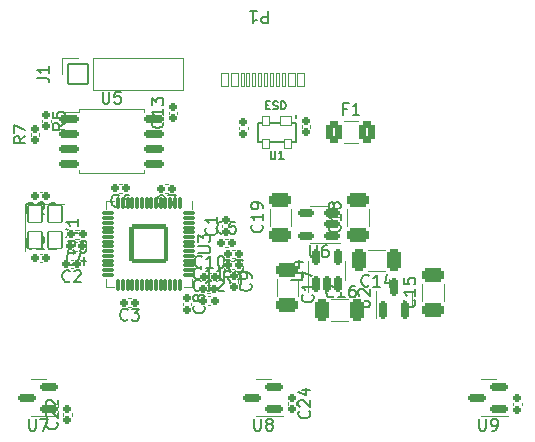
<source format=gbr>
%TF.GenerationSoftware,KiCad,Pcbnew,(7.0.0-0)*%
%TF.CreationDate,2023-04-23T13:29:19-05:00*%
%TF.ProjectId,RP2040,52503230-3430-42e6-9b69-6361645f7063,REV1*%
%TF.SameCoordinates,Original*%
%TF.FileFunction,Legend,Top*%
%TF.FilePolarity,Positive*%
%FSLAX46Y46*%
G04 Gerber Fmt 4.6, Leading zero omitted, Abs format (unit mm)*
G04 Created by KiCad (PCBNEW (7.0.0-0)) date 2023-04-23 13:29:19*
%MOMM*%
%LPD*%
G01*
G04 APERTURE LIST*
G04 Aperture macros list*
%AMRoundRect*
0 Rectangle with rounded corners*
0 $1 Rounding radius*
0 $2 $3 $4 $5 $6 $7 $8 $9 X,Y pos of 4 corners*
0 Add a 4 corners polygon primitive as box body*
4,1,4,$2,$3,$4,$5,$6,$7,$8,$9,$2,$3,0*
0 Add four circle primitives for the rounded corners*
1,1,$1+$1,$2,$3*
1,1,$1+$1,$4,$5*
1,1,$1+$1,$6,$7*
1,1,$1+$1,$8,$9*
0 Add four rect primitives between the rounded corners*
20,1,$1+$1,$2,$3,$4,$5,0*
20,1,$1+$1,$4,$5,$6,$7,0*
20,1,$1+$1,$6,$7,$8,$9,0*
20,1,$1+$1,$8,$9,$2,$3,0*%
G04 Aperture macros list end*
%ADD10C,0.150000*%
%ADD11C,0.120000*%
%ADD12RoundRect,0.191000X-0.170000X0.140000X-0.170000X-0.140000X0.170000X-0.140000X0.170000X0.140000X0*%
%ADD13RoundRect,0.051000X0.300000X0.575000X-0.300000X0.575000X-0.300000X-0.575000X0.300000X-0.575000X0*%
%ADD14RoundRect,0.051000X0.150000X0.575000X-0.150000X0.575000X-0.150000X-0.575000X0.150000X-0.575000X0*%
%ADD15O,1.102000X1.902000*%
%ADD16O,1.102000X2.302000*%
%ADD17RoundRect,0.191000X-0.140000X-0.170000X0.140000X-0.170000X0.140000X0.170000X-0.140000X0.170000X0*%
%ADD18RoundRect,0.201000X0.512500X0.150000X-0.512500X0.150000X-0.512500X-0.150000X0.512500X-0.150000X0*%
%ADD19RoundRect,0.191000X0.140000X0.170000X-0.140000X0.170000X-0.140000X-0.170000X0.140000X-0.170000X0*%
%ADD20RoundRect,0.201000X0.587500X0.150000X-0.587500X0.150000X-0.587500X-0.150000X0.587500X-0.150000X0*%
%ADD21RoundRect,0.301000X0.650000X-0.325000X0.650000X0.325000X-0.650000X0.325000X-0.650000X-0.325000X0*%
%ADD22RoundRect,0.201000X0.150000X-0.587500X0.150000X0.587500X-0.150000X0.587500X-0.150000X-0.587500X0*%
%ADD23RoundRect,0.051000X-0.600000X0.700000X-0.600000X-0.700000X0.600000X-0.700000X0.600000X0.700000X0*%
%ADD24RoundRect,0.050000X0.500000X0.350000X-0.500000X0.350000X-0.500000X-0.350000X0.500000X-0.350000X0*%
%ADD25RoundRect,0.050000X0.300000X0.350000X-0.300000X0.350000X-0.300000X-0.350000X0.300000X-0.350000X0*%
%ADD26RoundRect,0.301000X-0.325000X-0.650000X0.325000X-0.650000X0.325000X0.650000X-0.325000X0.650000X0*%
%ADD27RoundRect,0.191000X0.170000X-0.140000X0.170000X0.140000X-0.170000X0.140000X-0.170000X-0.140000X0*%
%ADD28RoundRect,0.201000X-0.650000X-0.150000X0.650000X-0.150000X0.650000X0.150000X-0.650000X0.150000X0*%
%ADD29RoundRect,0.301000X0.325000X0.650000X-0.325000X0.650000X-0.325000X-0.650000X0.325000X-0.650000X0*%
%ADD30RoundRect,0.301000X-0.650000X0.325000X-0.650000X-0.325000X0.650000X-0.325000X0.650000X0.325000X0*%
%ADD31RoundRect,0.186000X0.135000X0.185000X-0.135000X0.185000X-0.135000X-0.185000X0.135000X-0.185000X0*%
%ADD32RoundRect,0.101000X-0.050000X0.387500X-0.050000X-0.387500X0.050000X-0.387500X0.050000X0.387500X0*%
%ADD33RoundRect,0.101000X-0.387500X0.050000X-0.387500X-0.050000X0.387500X-0.050000X0.387500X0.050000X0*%
%ADD34RoundRect,0.195000X-1.456000X1.456000X-1.456000X-1.456000X1.456000X-1.456000X1.456000X1.456000X0*%
%ADD35RoundRect,0.051000X0.850000X-0.850000X0.850000X0.850000X-0.850000X0.850000X-0.850000X-0.850000X0*%
%ADD36O,1.802000X1.802000*%
%ADD37RoundRect,0.301000X-0.375000X-0.625000X0.375000X-0.625000X0.375000X0.625000X-0.375000X0.625000X0*%
%ADD38RoundRect,0.201000X0.150000X-0.512500X0.150000X0.512500X-0.150000X0.512500X-0.150000X-0.512500X0*%
%ADD39C,4.402000*%
%ADD40C,1.802000*%
%ADD41C,6.502000*%
G04 APERTURE END LIST*
D10*
%TO.C,C9*%
X-1082858Y9683334D02*
X-1035239Y9635715D01*
X-1035239Y9635715D02*
X-987620Y9492858D01*
X-987620Y9492858D02*
X-987620Y9397620D01*
X-987620Y9397620D02*
X-1035239Y9254763D01*
X-1035239Y9254763D02*
X-1130477Y9159525D01*
X-1130477Y9159525D02*
X-1225715Y9111906D01*
X-1225715Y9111906D02*
X-1416191Y9064287D01*
X-1416191Y9064287D02*
X-1559048Y9064287D01*
X-1559048Y9064287D02*
X-1749524Y9111906D01*
X-1749524Y9111906D02*
X-1844762Y9159525D01*
X-1844762Y9159525D02*
X-1940000Y9254763D01*
X-1940000Y9254763D02*
X-1987620Y9397620D01*
X-1987620Y9397620D02*
X-1987620Y9492858D01*
X-1987620Y9492858D02*
X-1940000Y9635715D01*
X-1940000Y9635715D02*
X-1892381Y9683334D01*
X-987620Y10159525D02*
X-987620Y10350001D01*
X-987620Y10350001D02*
X-1035239Y10445239D01*
X-1035239Y10445239D02*
X-1082858Y10492858D01*
X-1082858Y10492858D02*
X-1225715Y10588096D01*
X-1225715Y10588096D02*
X-1416191Y10635715D01*
X-1416191Y10635715D02*
X-1797143Y10635715D01*
X-1797143Y10635715D02*
X-1892381Y10588096D01*
X-1892381Y10588096D02*
X-1940000Y10540477D01*
X-1940000Y10540477D02*
X-1987620Y10445239D01*
X-1987620Y10445239D02*
X-1987620Y10254763D01*
X-1987620Y10254763D02*
X-1940000Y10159525D01*
X-1940000Y10159525D02*
X-1892381Y10111906D01*
X-1892381Y10111906D02*
X-1797143Y10064287D01*
X-1797143Y10064287D02*
X-1559048Y10064287D01*
X-1559048Y10064287D02*
X-1463810Y10111906D01*
X-1463810Y10111906D02*
X-1416191Y10159525D01*
X-1416191Y10159525D02*
X-1368572Y10254763D01*
X-1368572Y10254763D02*
X-1368572Y10445239D01*
X-1368572Y10445239D02*
X-1416191Y10540477D01*
X-1416191Y10540477D02*
X-1463810Y10588096D01*
X-1463810Y10588096D02*
X-1559048Y10635715D01*
%TO.C,P1*%
X388094Y32737381D02*
X388094Y31737381D01*
X388094Y31737381D02*
X7142Y31737381D01*
X7142Y31737381D02*
X-88096Y31785000D01*
X-88096Y31785000D02*
X-135715Y31832620D01*
X-135715Y31832620D02*
X-183334Y31927858D01*
X-183334Y31927858D02*
X-183334Y32070715D01*
X-183334Y32070715D02*
X-135715Y32165953D01*
X-135715Y32165953D02*
X-88096Y32213572D01*
X-88096Y32213572D02*
X7142Y32261191D01*
X7142Y32261191D02*
X388094Y32261191D01*
X-1135715Y32737381D02*
X-564287Y32737381D01*
X-850001Y32737381D02*
X-850001Y31737381D01*
X-850001Y31737381D02*
X-754763Y31880239D01*
X-754763Y31880239D02*
X-659525Y31975477D01*
X-659525Y31975477D02*
X-564287Y32023096D01*
%TO.C,C12*%
X-5247858Y9127858D02*
X-5295477Y9080239D01*
X-5295477Y9080239D02*
X-5438334Y9032620D01*
X-5438334Y9032620D02*
X-5533572Y9032620D01*
X-5533572Y9032620D02*
X-5676429Y9080239D01*
X-5676429Y9080239D02*
X-5771667Y9175477D01*
X-5771667Y9175477D02*
X-5819286Y9270715D01*
X-5819286Y9270715D02*
X-5866905Y9461191D01*
X-5866905Y9461191D02*
X-5866905Y9604048D01*
X-5866905Y9604048D02*
X-5819286Y9794524D01*
X-5819286Y9794524D02*
X-5771667Y9889762D01*
X-5771667Y9889762D02*
X-5676429Y9985000D01*
X-5676429Y9985000D02*
X-5533572Y10032620D01*
X-5533572Y10032620D02*
X-5438334Y10032620D01*
X-5438334Y10032620D02*
X-5295477Y9985000D01*
X-5295477Y9985000D02*
X-5247858Y9937381D01*
X-4295477Y9032620D02*
X-4866905Y9032620D01*
X-4581191Y9032620D02*
X-4581191Y10032620D01*
X-4581191Y10032620D02*
X-4676429Y9889762D01*
X-4676429Y9889762D02*
X-4771667Y9794524D01*
X-4771667Y9794524D02*
X-4866905Y9746905D01*
X-3914524Y9937381D02*
X-3866905Y9985000D01*
X-3866905Y9985000D02*
X-3771667Y10032620D01*
X-3771667Y10032620D02*
X-3533572Y10032620D01*
X-3533572Y10032620D02*
X-3438334Y9985000D01*
X-3438334Y9985000D02*
X-3390715Y9937381D01*
X-3390715Y9937381D02*
X-3343096Y9842143D01*
X-3343096Y9842143D02*
X-3343096Y9746905D01*
X-3343096Y9746905D02*
X-3390715Y9604048D01*
X-3390715Y9604048D02*
X-3962143Y9032620D01*
X-3962143Y9032620D02*
X-3343096Y9032620D01*
%TO.C,C8*%
X-5022858Y7793334D02*
X-4975239Y7745715D01*
X-4975239Y7745715D02*
X-4927620Y7602858D01*
X-4927620Y7602858D02*
X-4927620Y7507620D01*
X-4927620Y7507620D02*
X-4975239Y7364763D01*
X-4975239Y7364763D02*
X-5070477Y7269525D01*
X-5070477Y7269525D02*
X-5165715Y7221906D01*
X-5165715Y7221906D02*
X-5356191Y7174287D01*
X-5356191Y7174287D02*
X-5499048Y7174287D01*
X-5499048Y7174287D02*
X-5689524Y7221906D01*
X-5689524Y7221906D02*
X-5784762Y7269525D01*
X-5784762Y7269525D02*
X-5880000Y7364763D01*
X-5880000Y7364763D02*
X-5927620Y7507620D01*
X-5927620Y7507620D02*
X-5927620Y7602858D01*
X-5927620Y7602858D02*
X-5880000Y7745715D01*
X-5880000Y7745715D02*
X-5832381Y7793334D01*
X-5499048Y8364763D02*
X-5546667Y8269525D01*
X-5546667Y8269525D02*
X-5594286Y8221906D01*
X-5594286Y8221906D02*
X-5689524Y8174287D01*
X-5689524Y8174287D02*
X-5737143Y8174287D01*
X-5737143Y8174287D02*
X-5832381Y8221906D01*
X-5832381Y8221906D02*
X-5880000Y8269525D01*
X-5880000Y8269525D02*
X-5927620Y8364763D01*
X-5927620Y8364763D02*
X-5927620Y8555239D01*
X-5927620Y8555239D02*
X-5880000Y8650477D01*
X-5880000Y8650477D02*
X-5832381Y8698096D01*
X-5832381Y8698096D02*
X-5737143Y8745715D01*
X-5737143Y8745715D02*
X-5689524Y8745715D01*
X-5689524Y8745715D02*
X-5594286Y8698096D01*
X-5594286Y8698096D02*
X-5546667Y8650477D01*
X-5546667Y8650477D02*
X-5499048Y8555239D01*
X-5499048Y8555239D02*
X-5499048Y8364763D01*
X-5499048Y8364763D02*
X-5451429Y8269525D01*
X-5451429Y8269525D02*
X-5403810Y8221906D01*
X-5403810Y8221906D02*
X-5308572Y8174287D01*
X-5308572Y8174287D02*
X-5118096Y8174287D01*
X-5118096Y8174287D02*
X-5022858Y8221906D01*
X-5022858Y8221906D02*
X-4975239Y8269525D01*
X-4975239Y8269525D02*
X-4927620Y8364763D01*
X-4927620Y8364763D02*
X-4927620Y8555239D01*
X-4927620Y8555239D02*
X-4975239Y8650477D01*
X-4975239Y8650477D02*
X-5022858Y8698096D01*
X-5022858Y8698096D02*
X-5118096Y8745715D01*
X-5118096Y8745715D02*
X-5308572Y8745715D01*
X-5308572Y8745715D02*
X-5403810Y8698096D01*
X-5403810Y8698096D02*
X-5451429Y8650477D01*
X-5451429Y8650477D02*
X-5499048Y8555239D01*
%TO.C,C21*%
X-19472858Y12727858D02*
X-19520477Y12680239D01*
X-19520477Y12680239D02*
X-19663334Y12632620D01*
X-19663334Y12632620D02*
X-19758572Y12632620D01*
X-19758572Y12632620D02*
X-19901429Y12680239D01*
X-19901429Y12680239D02*
X-19996667Y12775477D01*
X-19996667Y12775477D02*
X-20044286Y12870715D01*
X-20044286Y12870715D02*
X-20091905Y13061191D01*
X-20091905Y13061191D02*
X-20091905Y13204048D01*
X-20091905Y13204048D02*
X-20044286Y13394524D01*
X-20044286Y13394524D02*
X-19996667Y13489762D01*
X-19996667Y13489762D02*
X-19901429Y13585000D01*
X-19901429Y13585000D02*
X-19758572Y13632620D01*
X-19758572Y13632620D02*
X-19663334Y13632620D01*
X-19663334Y13632620D02*
X-19520477Y13585000D01*
X-19520477Y13585000D02*
X-19472858Y13537381D01*
X-19091905Y13537381D02*
X-19044286Y13585000D01*
X-19044286Y13585000D02*
X-18949048Y13632620D01*
X-18949048Y13632620D02*
X-18710953Y13632620D01*
X-18710953Y13632620D02*
X-18615715Y13585000D01*
X-18615715Y13585000D02*
X-18568096Y13537381D01*
X-18568096Y13537381D02*
X-18520477Y13442143D01*
X-18520477Y13442143D02*
X-18520477Y13346905D01*
X-18520477Y13346905D02*
X-18568096Y13204048D01*
X-18568096Y13204048D02*
X-19139524Y12632620D01*
X-19139524Y12632620D02*
X-18520477Y12632620D01*
X-17568096Y12632620D02*
X-18139524Y12632620D01*
X-17853810Y12632620D02*
X-17853810Y13632620D01*
X-17853810Y13632620D02*
X-17949048Y13489762D01*
X-17949048Y13489762D02*
X-18044286Y13394524D01*
X-18044286Y13394524D02*
X-18139524Y13346905D01*
%TO.C,U6*%
X3963095Y12922620D02*
X3963095Y12113096D01*
X3963095Y12113096D02*
X4010714Y12017858D01*
X4010714Y12017858D02*
X4058333Y11970239D01*
X4058333Y11970239D02*
X4153571Y11922620D01*
X4153571Y11922620D02*
X4344047Y11922620D01*
X4344047Y11922620D02*
X4439285Y11970239D01*
X4439285Y11970239D02*
X4486904Y12017858D01*
X4486904Y12017858D02*
X4534523Y12113096D01*
X4534523Y12113096D02*
X4534523Y12922620D01*
X5439285Y12922620D02*
X5248809Y12922620D01*
X5248809Y12922620D02*
X5153571Y12875000D01*
X5153571Y12875000D02*
X5105952Y12827381D01*
X5105952Y12827381D02*
X5010714Y12684524D01*
X5010714Y12684524D02*
X4963095Y12494048D01*
X4963095Y12494048D02*
X4963095Y12113096D01*
X4963095Y12113096D02*
X5010714Y12017858D01*
X5010714Y12017858D02*
X5058333Y11970239D01*
X5058333Y11970239D02*
X5153571Y11922620D01*
X5153571Y11922620D02*
X5344047Y11922620D01*
X5344047Y11922620D02*
X5439285Y11970239D01*
X5439285Y11970239D02*
X5486904Y12017858D01*
X5486904Y12017858D02*
X5534523Y12113096D01*
X5534523Y12113096D02*
X5534523Y12351191D01*
X5534523Y12351191D02*
X5486904Y12446429D01*
X5486904Y12446429D02*
X5439285Y12494048D01*
X5439285Y12494048D02*
X5344047Y12541667D01*
X5344047Y12541667D02*
X5153571Y12541667D01*
X5153571Y12541667D02*
X5058333Y12494048D01*
X5058333Y12494048D02*
X5010714Y12446429D01*
X5010714Y12446429D02*
X4963095Y12351191D01*
%TO.C,C2*%
X-16376667Y9897858D02*
X-16424286Y9850239D01*
X-16424286Y9850239D02*
X-16567143Y9802620D01*
X-16567143Y9802620D02*
X-16662381Y9802620D01*
X-16662381Y9802620D02*
X-16805238Y9850239D01*
X-16805238Y9850239D02*
X-16900476Y9945477D01*
X-16900476Y9945477D02*
X-16948095Y10040715D01*
X-16948095Y10040715D02*
X-16995714Y10231191D01*
X-16995714Y10231191D02*
X-16995714Y10374048D01*
X-16995714Y10374048D02*
X-16948095Y10564524D01*
X-16948095Y10564524D02*
X-16900476Y10659762D01*
X-16900476Y10659762D02*
X-16805238Y10755000D01*
X-16805238Y10755000D02*
X-16662381Y10802620D01*
X-16662381Y10802620D02*
X-16567143Y10802620D01*
X-16567143Y10802620D02*
X-16424286Y10755000D01*
X-16424286Y10755000D02*
X-16376667Y10707381D01*
X-15995714Y10707381D02*
X-15948095Y10755000D01*
X-15948095Y10755000D02*
X-15852857Y10802620D01*
X-15852857Y10802620D02*
X-15614762Y10802620D01*
X-15614762Y10802620D02*
X-15519524Y10755000D01*
X-15519524Y10755000D02*
X-15471905Y10707381D01*
X-15471905Y10707381D02*
X-15424286Y10612143D01*
X-15424286Y10612143D02*
X-15424286Y10516905D01*
X-15424286Y10516905D02*
X-15471905Y10374048D01*
X-15471905Y10374048D02*
X-16043333Y9802620D01*
X-16043333Y9802620D02*
X-15424286Y9802620D01*
%TO.C,U9*%
X18288095Y-1767380D02*
X18288095Y-2576904D01*
X18288095Y-2576904D02*
X18335714Y-2672142D01*
X18335714Y-2672142D02*
X18383333Y-2719761D01*
X18383333Y-2719761D02*
X18478571Y-2767380D01*
X18478571Y-2767380D02*
X18669047Y-2767380D01*
X18669047Y-2767380D02*
X18764285Y-2719761D01*
X18764285Y-2719761D02*
X18811904Y-2672142D01*
X18811904Y-2672142D02*
X18859523Y-2576904D01*
X18859523Y-2576904D02*
X18859523Y-1767380D01*
X19383333Y-2767380D02*
X19573809Y-2767380D01*
X19573809Y-2767380D02*
X19669047Y-2719761D01*
X19669047Y-2719761D02*
X19716666Y-2672142D01*
X19716666Y-2672142D02*
X19811904Y-2529285D01*
X19811904Y-2529285D02*
X19859523Y-2338809D01*
X19859523Y-2338809D02*
X19859523Y-1957857D01*
X19859523Y-1957857D02*
X19811904Y-1862619D01*
X19811904Y-1862619D02*
X19764285Y-1815000D01*
X19764285Y-1815000D02*
X19669047Y-1767380D01*
X19669047Y-1767380D02*
X19478571Y-1767380D01*
X19478571Y-1767380D02*
X19383333Y-1815000D01*
X19383333Y-1815000D02*
X19335714Y-1862619D01*
X19335714Y-1862619D02*
X19288095Y-1957857D01*
X19288095Y-1957857D02*
X19288095Y-2195952D01*
X19288095Y-2195952D02*
X19335714Y-2291190D01*
X19335714Y-2291190D02*
X19383333Y-2338809D01*
X19383333Y-2338809D02*
X19478571Y-2386428D01*
X19478571Y-2386428D02*
X19669047Y-2386428D01*
X19669047Y-2386428D02*
X19764285Y-2338809D01*
X19764285Y-2338809D02*
X19811904Y-2291190D01*
X19811904Y-2291190D02*
X19859523Y-2195952D01*
%TO.C,R3*%
X-2701667Y10652620D02*
X-3035000Y11128810D01*
X-3273095Y10652620D02*
X-3273095Y11652620D01*
X-3273095Y11652620D02*
X-2892143Y11652620D01*
X-2892143Y11652620D02*
X-2796905Y11605000D01*
X-2796905Y11605000D02*
X-2749286Y11557381D01*
X-2749286Y11557381D02*
X-2701667Y11462143D01*
X-2701667Y11462143D02*
X-2701667Y11319286D01*
X-2701667Y11319286D02*
X-2749286Y11224048D01*
X-2749286Y11224048D02*
X-2796905Y11176429D01*
X-2796905Y11176429D02*
X-2892143Y11128810D01*
X-2892143Y11128810D02*
X-3273095Y11128810D01*
X-2368333Y11652620D02*
X-1749286Y11652620D01*
X-1749286Y11652620D02*
X-2082619Y11271667D01*
X-2082619Y11271667D02*
X-1939762Y11271667D01*
X-1939762Y11271667D02*
X-1844524Y11224048D01*
X-1844524Y11224048D02*
X-1796905Y11176429D01*
X-1796905Y11176429D02*
X-1749286Y11081191D01*
X-1749286Y11081191D02*
X-1749286Y10843096D01*
X-1749286Y10843096D02*
X-1796905Y10747858D01*
X-1796905Y10747858D02*
X-1844524Y10700239D01*
X-1844524Y10700239D02*
X-1939762Y10652620D01*
X-1939762Y10652620D02*
X-2225476Y10652620D01*
X-2225476Y10652620D02*
X-2320714Y10700239D01*
X-2320714Y10700239D02*
X-2368333Y10747858D01*
%TO.C,C18*%
X6452142Y14647143D02*
X6499761Y14599524D01*
X6499761Y14599524D02*
X6547380Y14456667D01*
X6547380Y14456667D02*
X6547380Y14361429D01*
X6547380Y14361429D02*
X6499761Y14218572D01*
X6499761Y14218572D02*
X6404523Y14123334D01*
X6404523Y14123334D02*
X6309285Y14075715D01*
X6309285Y14075715D02*
X6118809Y14028096D01*
X6118809Y14028096D02*
X5975952Y14028096D01*
X5975952Y14028096D02*
X5785476Y14075715D01*
X5785476Y14075715D02*
X5690238Y14123334D01*
X5690238Y14123334D02*
X5595000Y14218572D01*
X5595000Y14218572D02*
X5547380Y14361429D01*
X5547380Y14361429D02*
X5547380Y14456667D01*
X5547380Y14456667D02*
X5595000Y14599524D01*
X5595000Y14599524D02*
X5642619Y14647143D01*
X6547380Y15599524D02*
X6547380Y15028096D01*
X6547380Y15313810D02*
X5547380Y15313810D01*
X5547380Y15313810D02*
X5690238Y15218572D01*
X5690238Y15218572D02*
X5785476Y15123334D01*
X5785476Y15123334D02*
X5833095Y15028096D01*
X5975952Y16170953D02*
X5928333Y16075715D01*
X5928333Y16075715D02*
X5880714Y16028096D01*
X5880714Y16028096D02*
X5785476Y15980477D01*
X5785476Y15980477D02*
X5737857Y15980477D01*
X5737857Y15980477D02*
X5642619Y16028096D01*
X5642619Y16028096D02*
X5595000Y16075715D01*
X5595000Y16075715D02*
X5547380Y16170953D01*
X5547380Y16170953D02*
X5547380Y16361429D01*
X5547380Y16361429D02*
X5595000Y16456667D01*
X5595000Y16456667D02*
X5642619Y16504286D01*
X5642619Y16504286D02*
X5737857Y16551905D01*
X5737857Y16551905D02*
X5785476Y16551905D01*
X5785476Y16551905D02*
X5880714Y16504286D01*
X5880714Y16504286D02*
X5928333Y16456667D01*
X5928333Y16456667D02*
X5975952Y16361429D01*
X5975952Y16361429D02*
X5975952Y16170953D01*
X5975952Y16170953D02*
X6023571Y16075715D01*
X6023571Y16075715D02*
X6071190Y16028096D01*
X6071190Y16028096D02*
X6166428Y15980477D01*
X6166428Y15980477D02*
X6356904Y15980477D01*
X6356904Y15980477D02*
X6452142Y16028096D01*
X6452142Y16028096D02*
X6499761Y16075715D01*
X6499761Y16075715D02*
X6547380Y16170953D01*
X6547380Y16170953D02*
X6547380Y16361429D01*
X6547380Y16361429D02*
X6499761Y16456667D01*
X6499761Y16456667D02*
X6452142Y16504286D01*
X6452142Y16504286D02*
X6356904Y16551905D01*
X6356904Y16551905D02*
X6166428Y16551905D01*
X6166428Y16551905D02*
X6071190Y16504286D01*
X6071190Y16504286D02*
X6023571Y16456667D01*
X6023571Y16456667D02*
X5975952Y16361429D01*
%TO.C,U2*%
X8037380Y7655596D02*
X8846904Y7655596D01*
X8846904Y7655596D02*
X8942142Y7703215D01*
X8942142Y7703215D02*
X8989761Y7750834D01*
X8989761Y7750834D02*
X9037380Y7846072D01*
X9037380Y7846072D02*
X9037380Y8036548D01*
X9037380Y8036548D02*
X8989761Y8131786D01*
X8989761Y8131786D02*
X8942142Y8179405D01*
X8942142Y8179405D02*
X8846904Y8227024D01*
X8846904Y8227024D02*
X8037380Y8227024D01*
X8132619Y8655596D02*
X8085000Y8703215D01*
X8085000Y8703215D02*
X8037380Y8798453D01*
X8037380Y8798453D02*
X8037380Y9036548D01*
X8037380Y9036548D02*
X8085000Y9131786D01*
X8085000Y9131786D02*
X8132619Y9179405D01*
X8132619Y9179405D02*
X8227857Y9227024D01*
X8227857Y9227024D02*
X8323095Y9227024D01*
X8323095Y9227024D02*
X8465952Y9179405D01*
X8465952Y9179405D02*
X9037380Y8607977D01*
X9037380Y8607977D02*
X9037380Y9227024D01*
%TO.C,C11*%
X-5257858Y10117858D02*
X-5305477Y10070239D01*
X-5305477Y10070239D02*
X-5448334Y10022620D01*
X-5448334Y10022620D02*
X-5543572Y10022620D01*
X-5543572Y10022620D02*
X-5686429Y10070239D01*
X-5686429Y10070239D02*
X-5781667Y10165477D01*
X-5781667Y10165477D02*
X-5829286Y10260715D01*
X-5829286Y10260715D02*
X-5876905Y10451191D01*
X-5876905Y10451191D02*
X-5876905Y10594048D01*
X-5876905Y10594048D02*
X-5829286Y10784524D01*
X-5829286Y10784524D02*
X-5781667Y10879762D01*
X-5781667Y10879762D02*
X-5686429Y10975000D01*
X-5686429Y10975000D02*
X-5543572Y11022620D01*
X-5543572Y11022620D02*
X-5448334Y11022620D01*
X-5448334Y11022620D02*
X-5305477Y10975000D01*
X-5305477Y10975000D02*
X-5257858Y10927381D01*
X-4305477Y10022620D02*
X-4876905Y10022620D01*
X-4591191Y10022620D02*
X-4591191Y11022620D01*
X-4591191Y11022620D02*
X-4686429Y10879762D01*
X-4686429Y10879762D02*
X-4781667Y10784524D01*
X-4781667Y10784524D02*
X-4876905Y10736905D01*
X-3353096Y10022620D02*
X-3924524Y10022620D01*
X-3638810Y10022620D02*
X-3638810Y11022620D01*
X-3638810Y11022620D02*
X-3734048Y10879762D01*
X-3734048Y10879762D02*
X-3829286Y10784524D01*
X-3829286Y10784524D02*
X-3924524Y10736905D01*
%TO.C,Y1*%
X-16146903Y13973810D02*
X-15670713Y13973810D01*
X-16670713Y13640477D02*
X-16146903Y13973810D01*
X-16146903Y13973810D02*
X-16670713Y14307143D01*
X-15670713Y15164286D02*
X-15670713Y14592858D01*
X-15670713Y14878572D02*
X-16670713Y14878572D01*
X-16670713Y14878572D02*
X-16527855Y14783334D01*
X-16527855Y14783334D02*
X-16432617Y14688096D01*
X-16432617Y14688096D02*
X-16384998Y14592858D01*
%TO.C,C4*%
X-16026667Y11387858D02*
X-16074286Y11340239D01*
X-16074286Y11340239D02*
X-16217143Y11292620D01*
X-16217143Y11292620D02*
X-16312381Y11292620D01*
X-16312381Y11292620D02*
X-16455238Y11340239D01*
X-16455238Y11340239D02*
X-16550476Y11435477D01*
X-16550476Y11435477D02*
X-16598095Y11530715D01*
X-16598095Y11530715D02*
X-16645714Y11721191D01*
X-16645714Y11721191D02*
X-16645714Y11864048D01*
X-16645714Y11864048D02*
X-16598095Y12054524D01*
X-16598095Y12054524D02*
X-16550476Y12149762D01*
X-16550476Y12149762D02*
X-16455238Y12245000D01*
X-16455238Y12245000D02*
X-16312381Y12292620D01*
X-16312381Y12292620D02*
X-16217143Y12292620D01*
X-16217143Y12292620D02*
X-16074286Y12245000D01*
X-16074286Y12245000D02*
X-16026667Y12197381D01*
X-15169524Y11959286D02*
X-15169524Y11292620D01*
X-15407619Y12340239D02*
X-15645714Y11625953D01*
X-15645714Y11625953D02*
X-15026667Y11625953D01*
%TO.C,U1*%
X626666Y20922834D02*
X626666Y20356167D01*
X626666Y20356167D02*
X660000Y20289500D01*
X660000Y20289500D02*
X693333Y20256167D01*
X693333Y20256167D02*
X760000Y20222834D01*
X760000Y20222834D02*
X893333Y20222834D01*
X893333Y20222834D02*
X960000Y20256167D01*
X960000Y20256167D02*
X993333Y20289500D01*
X993333Y20289500D02*
X1026666Y20356167D01*
X1026666Y20356167D02*
X1026666Y20922834D01*
X1726666Y20222834D02*
X1326666Y20222834D01*
X1526666Y20222834D02*
X1526666Y20922834D01*
X1526666Y20922834D02*
X1459999Y20822834D01*
X1459999Y20822834D02*
X1393333Y20756167D01*
X1393333Y20756167D02*
X1326666Y20722834D01*
X211666Y24784500D02*
X445000Y24784500D01*
X545000Y24417834D02*
X211666Y24417834D01*
X211666Y24417834D02*
X211666Y25117834D01*
X211666Y25117834D02*
X545000Y25117834D01*
X811666Y24451167D02*
X911666Y24417834D01*
X911666Y24417834D02*
X1078333Y24417834D01*
X1078333Y24417834D02*
X1144999Y24451167D01*
X1144999Y24451167D02*
X1178333Y24484500D01*
X1178333Y24484500D02*
X1211666Y24551167D01*
X1211666Y24551167D02*
X1211666Y24617834D01*
X1211666Y24617834D02*
X1178333Y24684500D01*
X1178333Y24684500D02*
X1144999Y24717834D01*
X1144999Y24717834D02*
X1078333Y24751167D01*
X1078333Y24751167D02*
X944999Y24784500D01*
X944999Y24784500D02*
X878333Y24817834D01*
X878333Y24817834D02*
X844999Y24851167D01*
X844999Y24851167D02*
X811666Y24917834D01*
X811666Y24917834D02*
X811666Y24984500D01*
X811666Y24984500D02*
X844999Y25051167D01*
X844999Y25051167D02*
X878333Y25084500D01*
X878333Y25084500D02*
X944999Y25117834D01*
X944999Y25117834D02*
X1111666Y25117834D01*
X1111666Y25117834D02*
X1211666Y25084500D01*
X1511666Y24417834D02*
X1511666Y25117834D01*
X1511666Y25117834D02*
X1678333Y25117834D01*
X1678333Y25117834D02*
X1778333Y25084500D01*
X1778333Y25084500D02*
X1845000Y25017834D01*
X1845000Y25017834D02*
X1878333Y24951167D01*
X1878333Y24951167D02*
X1911666Y24817834D01*
X1911666Y24817834D02*
X1911666Y24717834D01*
X1911666Y24717834D02*
X1878333Y24584500D01*
X1878333Y24584500D02*
X1845000Y24517834D01*
X1845000Y24517834D02*
X1778333Y24451167D01*
X1778333Y24451167D02*
X1678333Y24417834D01*
X1678333Y24417834D02*
X1511666Y24417834D01*
%TO.C,C16*%
X5932142Y8602858D02*
X5884523Y8555239D01*
X5884523Y8555239D02*
X5741666Y8507620D01*
X5741666Y8507620D02*
X5646428Y8507620D01*
X5646428Y8507620D02*
X5503571Y8555239D01*
X5503571Y8555239D02*
X5408333Y8650477D01*
X5408333Y8650477D02*
X5360714Y8745715D01*
X5360714Y8745715D02*
X5313095Y8936191D01*
X5313095Y8936191D02*
X5313095Y9079048D01*
X5313095Y9079048D02*
X5360714Y9269524D01*
X5360714Y9269524D02*
X5408333Y9364762D01*
X5408333Y9364762D02*
X5503571Y9460000D01*
X5503571Y9460000D02*
X5646428Y9507620D01*
X5646428Y9507620D02*
X5741666Y9507620D01*
X5741666Y9507620D02*
X5884523Y9460000D01*
X5884523Y9460000D02*
X5932142Y9412381D01*
X6884523Y8507620D02*
X6313095Y8507620D01*
X6598809Y8507620D02*
X6598809Y9507620D01*
X6598809Y9507620D02*
X6503571Y9364762D01*
X6503571Y9364762D02*
X6408333Y9269524D01*
X6408333Y9269524D02*
X6313095Y9221905D01*
X7741666Y9507620D02*
X7551190Y9507620D01*
X7551190Y9507620D02*
X7455952Y9460000D01*
X7455952Y9460000D02*
X7408333Y9412381D01*
X7408333Y9412381D02*
X7313095Y9269524D01*
X7313095Y9269524D02*
X7265476Y9079048D01*
X7265476Y9079048D02*
X7265476Y8698096D01*
X7265476Y8698096D02*
X7313095Y8602858D01*
X7313095Y8602858D02*
X7360714Y8555239D01*
X7360714Y8555239D02*
X7455952Y8507620D01*
X7455952Y8507620D02*
X7646428Y8507620D01*
X7646428Y8507620D02*
X7741666Y8555239D01*
X7741666Y8555239D02*
X7789285Y8602858D01*
X7789285Y8602858D02*
X7836904Y8698096D01*
X7836904Y8698096D02*
X7836904Y8936191D01*
X7836904Y8936191D02*
X7789285Y9031429D01*
X7789285Y9031429D02*
X7741666Y9079048D01*
X7741666Y9079048D02*
X7646428Y9126667D01*
X7646428Y9126667D02*
X7455952Y9126667D01*
X7455952Y9126667D02*
X7360714Y9079048D01*
X7360714Y9079048D02*
X7313095Y9031429D01*
X7313095Y9031429D02*
X7265476Y8936191D01*
%TO.C,R4*%
X-2711667Y9722620D02*
X-3045000Y10198810D01*
X-3283095Y9722620D02*
X-3283095Y10722620D01*
X-3283095Y10722620D02*
X-2902143Y10722620D01*
X-2902143Y10722620D02*
X-2806905Y10675000D01*
X-2806905Y10675000D02*
X-2759286Y10627381D01*
X-2759286Y10627381D02*
X-2711667Y10532143D01*
X-2711667Y10532143D02*
X-2711667Y10389286D01*
X-2711667Y10389286D02*
X-2759286Y10294048D01*
X-2759286Y10294048D02*
X-2806905Y10246429D01*
X-2806905Y10246429D02*
X-2902143Y10198810D01*
X-2902143Y10198810D02*
X-3283095Y10198810D01*
X-1854524Y10389286D02*
X-1854524Y9722620D01*
X-2092619Y10770239D02*
X-2330714Y10055953D01*
X-2330714Y10055953D02*
X-1711667Y10055953D01*
%TO.C,R7*%
X-20132620Y22133334D02*
X-20608810Y21800001D01*
X-20132620Y21561906D02*
X-21132620Y21561906D01*
X-21132620Y21561906D02*
X-21132620Y21942858D01*
X-21132620Y21942858D02*
X-21085000Y22038096D01*
X-21085000Y22038096D02*
X-21037381Y22085715D01*
X-21037381Y22085715D02*
X-20942143Y22133334D01*
X-20942143Y22133334D02*
X-20799286Y22133334D01*
X-20799286Y22133334D02*
X-20704048Y22085715D01*
X-20704048Y22085715D02*
X-20656429Y22038096D01*
X-20656429Y22038096D02*
X-20608810Y21942858D01*
X-20608810Y21942858D02*
X-20608810Y21561906D01*
X-21132620Y22466668D02*
X-21132620Y23133334D01*
X-21132620Y23133334D02*
X-20132620Y22704763D01*
%TO.C,C13*%
X-8542858Y23497143D02*
X-8495239Y23449524D01*
X-8495239Y23449524D02*
X-8447620Y23306667D01*
X-8447620Y23306667D02*
X-8447620Y23211429D01*
X-8447620Y23211429D02*
X-8495239Y23068572D01*
X-8495239Y23068572D02*
X-8590477Y22973334D01*
X-8590477Y22973334D02*
X-8685715Y22925715D01*
X-8685715Y22925715D02*
X-8876191Y22878096D01*
X-8876191Y22878096D02*
X-9019048Y22878096D01*
X-9019048Y22878096D02*
X-9209524Y22925715D01*
X-9209524Y22925715D02*
X-9304762Y22973334D01*
X-9304762Y22973334D02*
X-9400000Y23068572D01*
X-9400000Y23068572D02*
X-9447620Y23211429D01*
X-9447620Y23211429D02*
X-9447620Y23306667D01*
X-9447620Y23306667D02*
X-9400000Y23449524D01*
X-9400000Y23449524D02*
X-9352381Y23497143D01*
X-8447620Y24449524D02*
X-8447620Y23878096D01*
X-8447620Y24163810D02*
X-9447620Y24163810D01*
X-9447620Y24163810D02*
X-9304762Y24068572D01*
X-9304762Y24068572D02*
X-9209524Y23973334D01*
X-9209524Y23973334D02*
X-9161905Y23878096D01*
X-9447620Y24782858D02*
X-9447620Y25401905D01*
X-9447620Y25401905D02*
X-9066667Y25068572D01*
X-9066667Y25068572D02*
X-9066667Y25211429D01*
X-9066667Y25211429D02*
X-9019048Y25306667D01*
X-9019048Y25306667D02*
X-8971429Y25354286D01*
X-8971429Y25354286D02*
X-8876191Y25401905D01*
X-8876191Y25401905D02*
X-8638096Y25401905D01*
X-8638096Y25401905D02*
X-8542858Y25354286D01*
X-8542858Y25354286D02*
X-8495239Y25306667D01*
X-8495239Y25306667D02*
X-8447620Y25211429D01*
X-8447620Y25211429D02*
X-8447620Y24925715D01*
X-8447620Y24925715D02*
X-8495239Y24830477D01*
X-8495239Y24830477D02*
X-8542858Y24782858D01*
%TO.C,U5*%
X-13596905Y25922620D02*
X-13596905Y25113096D01*
X-13596905Y25113096D02*
X-13549286Y25017858D01*
X-13549286Y25017858D02*
X-13501667Y24970239D01*
X-13501667Y24970239D02*
X-13406429Y24922620D01*
X-13406429Y24922620D02*
X-13215953Y24922620D01*
X-13215953Y24922620D02*
X-13120715Y24970239D01*
X-13120715Y24970239D02*
X-13073096Y25017858D01*
X-13073096Y25017858D02*
X-13025477Y25113096D01*
X-13025477Y25113096D02*
X-13025477Y25922620D01*
X-12073096Y25922620D02*
X-12549286Y25922620D01*
X-12549286Y25922620D02*
X-12596905Y25446429D01*
X-12596905Y25446429D02*
X-12549286Y25494048D01*
X-12549286Y25494048D02*
X-12454048Y25541667D01*
X-12454048Y25541667D02*
X-12215953Y25541667D01*
X-12215953Y25541667D02*
X-12120715Y25494048D01*
X-12120715Y25494048D02*
X-12073096Y25446429D01*
X-12073096Y25446429D02*
X-12025477Y25351191D01*
X-12025477Y25351191D02*
X-12025477Y25113096D01*
X-12025477Y25113096D02*
X-12073096Y25017858D01*
X-12073096Y25017858D02*
X-12120715Y24970239D01*
X-12120715Y24970239D02*
X-12215953Y24922620D01*
X-12215953Y24922620D02*
X-12454048Y24922620D01*
X-12454048Y24922620D02*
X-12549286Y24970239D01*
X-12549286Y24970239D02*
X-12596905Y25017858D01*
%TO.C,C14*%
X8937142Y9522858D02*
X8889523Y9475239D01*
X8889523Y9475239D02*
X8746666Y9427620D01*
X8746666Y9427620D02*
X8651428Y9427620D01*
X8651428Y9427620D02*
X8508571Y9475239D01*
X8508571Y9475239D02*
X8413333Y9570477D01*
X8413333Y9570477D02*
X8365714Y9665715D01*
X8365714Y9665715D02*
X8318095Y9856191D01*
X8318095Y9856191D02*
X8318095Y9999048D01*
X8318095Y9999048D02*
X8365714Y10189524D01*
X8365714Y10189524D02*
X8413333Y10284762D01*
X8413333Y10284762D02*
X8508571Y10380000D01*
X8508571Y10380000D02*
X8651428Y10427620D01*
X8651428Y10427620D02*
X8746666Y10427620D01*
X8746666Y10427620D02*
X8889523Y10380000D01*
X8889523Y10380000D02*
X8937142Y10332381D01*
X9889523Y9427620D02*
X9318095Y9427620D01*
X9603809Y9427620D02*
X9603809Y10427620D01*
X9603809Y10427620D02*
X9508571Y10284762D01*
X9508571Y10284762D02*
X9413333Y10189524D01*
X9413333Y10189524D02*
X9318095Y10141905D01*
X10746666Y10094286D02*
X10746666Y9427620D01*
X10508571Y10475239D02*
X10270476Y9760953D01*
X10270476Y9760953D02*
X10889523Y9760953D01*
%TO.C,C5*%
X-3271667Y14007858D02*
X-3319286Y13960239D01*
X-3319286Y13960239D02*
X-3462143Y13912620D01*
X-3462143Y13912620D02*
X-3557381Y13912620D01*
X-3557381Y13912620D02*
X-3700238Y13960239D01*
X-3700238Y13960239D02*
X-3795476Y14055477D01*
X-3795476Y14055477D02*
X-3843095Y14150715D01*
X-3843095Y14150715D02*
X-3890714Y14341191D01*
X-3890714Y14341191D02*
X-3890714Y14484048D01*
X-3890714Y14484048D02*
X-3843095Y14674524D01*
X-3843095Y14674524D02*
X-3795476Y14769762D01*
X-3795476Y14769762D02*
X-3700238Y14865000D01*
X-3700238Y14865000D02*
X-3557381Y14912620D01*
X-3557381Y14912620D02*
X-3462143Y14912620D01*
X-3462143Y14912620D02*
X-3319286Y14865000D01*
X-3319286Y14865000D02*
X-3271667Y14817381D01*
X-2366905Y14912620D02*
X-2843095Y14912620D01*
X-2843095Y14912620D02*
X-2890714Y14436429D01*
X-2890714Y14436429D02*
X-2843095Y14484048D01*
X-2843095Y14484048D02*
X-2747857Y14531667D01*
X-2747857Y14531667D02*
X-2509762Y14531667D01*
X-2509762Y14531667D02*
X-2414524Y14484048D01*
X-2414524Y14484048D02*
X-2366905Y14436429D01*
X-2366905Y14436429D02*
X-2319286Y14341191D01*
X-2319286Y14341191D02*
X-2319286Y14103096D01*
X-2319286Y14103096D02*
X-2366905Y14007858D01*
X-2366905Y14007858D02*
X-2414524Y13960239D01*
X-2414524Y13960239D02*
X-2509762Y13912620D01*
X-2509762Y13912620D02*
X-2747857Y13912620D01*
X-2747857Y13912620D02*
X-2843095Y13960239D01*
X-2843095Y13960239D02*
X-2890714Y14007858D01*
%TO.C,C22*%
X-17467858Y-2042857D02*
X-17420239Y-2090476D01*
X-17420239Y-2090476D02*
X-17372620Y-2233333D01*
X-17372620Y-2233333D02*
X-17372620Y-2328571D01*
X-17372620Y-2328571D02*
X-17420239Y-2471428D01*
X-17420239Y-2471428D02*
X-17515477Y-2566666D01*
X-17515477Y-2566666D02*
X-17610715Y-2614285D01*
X-17610715Y-2614285D02*
X-17801191Y-2661904D01*
X-17801191Y-2661904D02*
X-17944048Y-2661904D01*
X-17944048Y-2661904D02*
X-18134524Y-2614285D01*
X-18134524Y-2614285D02*
X-18229762Y-2566666D01*
X-18229762Y-2566666D02*
X-18325000Y-2471428D01*
X-18325000Y-2471428D02*
X-18372620Y-2328571D01*
X-18372620Y-2328571D02*
X-18372620Y-2233333D01*
X-18372620Y-2233333D02*
X-18325000Y-2090476D01*
X-18325000Y-2090476D02*
X-18277381Y-2042857D01*
X-18277381Y-1661904D02*
X-18325000Y-1614285D01*
X-18325000Y-1614285D02*
X-18372620Y-1519047D01*
X-18372620Y-1519047D02*
X-18372620Y-1280952D01*
X-18372620Y-1280952D02*
X-18325000Y-1185714D01*
X-18325000Y-1185714D02*
X-18277381Y-1138095D01*
X-18277381Y-1138095D02*
X-18182143Y-1090476D01*
X-18182143Y-1090476D02*
X-18086905Y-1090476D01*
X-18086905Y-1090476D02*
X-17944048Y-1138095D01*
X-17944048Y-1138095D02*
X-17372620Y-1709523D01*
X-17372620Y-1709523D02*
X-17372620Y-1090476D01*
X-18277381Y-709523D02*
X-18325000Y-661904D01*
X-18325000Y-661904D02*
X-18372620Y-566666D01*
X-18372620Y-566666D02*
X-18372620Y-328571D01*
X-18372620Y-328571D02*
X-18325000Y-233333D01*
X-18325000Y-233333D02*
X-18277381Y-185714D01*
X-18277381Y-185714D02*
X-18182143Y-138095D01*
X-18182143Y-138095D02*
X-18086905Y-138095D01*
X-18086905Y-138095D02*
X-17944048Y-185714D01*
X-17944048Y-185714D02*
X-17372620Y-757142D01*
X-17372620Y-757142D02*
X-17372620Y-138095D01*
%TO.C,C6*%
X-12246667Y16297858D02*
X-12294286Y16250239D01*
X-12294286Y16250239D02*
X-12437143Y16202620D01*
X-12437143Y16202620D02*
X-12532381Y16202620D01*
X-12532381Y16202620D02*
X-12675238Y16250239D01*
X-12675238Y16250239D02*
X-12770476Y16345477D01*
X-12770476Y16345477D02*
X-12818095Y16440715D01*
X-12818095Y16440715D02*
X-12865714Y16631191D01*
X-12865714Y16631191D02*
X-12865714Y16774048D01*
X-12865714Y16774048D02*
X-12818095Y16964524D01*
X-12818095Y16964524D02*
X-12770476Y17059762D01*
X-12770476Y17059762D02*
X-12675238Y17155000D01*
X-12675238Y17155000D02*
X-12532381Y17202620D01*
X-12532381Y17202620D02*
X-12437143Y17202620D01*
X-12437143Y17202620D02*
X-12294286Y17155000D01*
X-12294286Y17155000D02*
X-12246667Y17107381D01*
X-11389524Y17202620D02*
X-11580000Y17202620D01*
X-11580000Y17202620D02*
X-11675238Y17155000D01*
X-11675238Y17155000D02*
X-11722857Y17107381D01*
X-11722857Y17107381D02*
X-11818095Y16964524D01*
X-11818095Y16964524D02*
X-11865714Y16774048D01*
X-11865714Y16774048D02*
X-11865714Y16393096D01*
X-11865714Y16393096D02*
X-11818095Y16297858D01*
X-11818095Y16297858D02*
X-11770476Y16250239D01*
X-11770476Y16250239D02*
X-11675238Y16202620D01*
X-11675238Y16202620D02*
X-11484762Y16202620D01*
X-11484762Y16202620D02*
X-11389524Y16250239D01*
X-11389524Y16250239D02*
X-11341905Y16297858D01*
X-11341905Y16297858D02*
X-11294286Y16393096D01*
X-11294286Y16393096D02*
X-11294286Y16631191D01*
X-11294286Y16631191D02*
X-11341905Y16726429D01*
X-11341905Y16726429D02*
X-11389524Y16774048D01*
X-11389524Y16774048D02*
X-11484762Y16821667D01*
X-11484762Y16821667D02*
X-11675238Y16821667D01*
X-11675238Y16821667D02*
X-11770476Y16774048D01*
X-11770476Y16774048D02*
X-11818095Y16726429D01*
X-11818095Y16726429D02*
X-11865714Y16631191D01*
%TO.C,C17*%
X4164955Y8730830D02*
X4212574Y8683211D01*
X4212574Y8683211D02*
X4260193Y8540354D01*
X4260193Y8540354D02*
X4260193Y8445116D01*
X4260193Y8445116D02*
X4212574Y8302259D01*
X4212574Y8302259D02*
X4117336Y8207021D01*
X4117336Y8207021D02*
X4022098Y8159402D01*
X4022098Y8159402D02*
X3831622Y8111783D01*
X3831622Y8111783D02*
X3688765Y8111783D01*
X3688765Y8111783D02*
X3498289Y8159402D01*
X3498289Y8159402D02*
X3403051Y8207021D01*
X3403051Y8207021D02*
X3307813Y8302259D01*
X3307813Y8302259D02*
X3260193Y8445116D01*
X3260193Y8445116D02*
X3260193Y8540354D01*
X3260193Y8540354D02*
X3307813Y8683211D01*
X3307813Y8683211D02*
X3355432Y8730830D01*
X4260193Y9683211D02*
X4260193Y9111783D01*
X4260193Y9397497D02*
X3260193Y9397497D01*
X3260193Y9397497D02*
X3403051Y9302259D01*
X3403051Y9302259D02*
X3498289Y9207021D01*
X3498289Y9207021D02*
X3545908Y9111783D01*
X3260193Y10016545D02*
X3260193Y10683211D01*
X3260193Y10683211D02*
X4260193Y10254640D01*
%TO.C,R5*%
X-16822620Y23293334D02*
X-17298810Y22960001D01*
X-16822620Y22721906D02*
X-17822620Y22721906D01*
X-17822620Y22721906D02*
X-17822620Y23102858D01*
X-17822620Y23102858D02*
X-17775000Y23198096D01*
X-17775000Y23198096D02*
X-17727381Y23245715D01*
X-17727381Y23245715D02*
X-17632143Y23293334D01*
X-17632143Y23293334D02*
X-17489286Y23293334D01*
X-17489286Y23293334D02*
X-17394048Y23245715D01*
X-17394048Y23245715D02*
X-17346429Y23198096D01*
X-17346429Y23198096D02*
X-17298810Y23102858D01*
X-17298810Y23102858D02*
X-17298810Y22721906D01*
X-17822620Y24198096D02*
X-17822620Y23721906D01*
X-17822620Y23721906D02*
X-17346429Y23674287D01*
X-17346429Y23674287D02*
X-17394048Y23721906D01*
X-17394048Y23721906D02*
X-17441667Y23817144D01*
X-17441667Y23817144D02*
X-17441667Y24055239D01*
X-17441667Y24055239D02*
X-17394048Y24150477D01*
X-17394048Y24150477D02*
X-17346429Y24198096D01*
X-17346429Y24198096D02*
X-17251191Y24245715D01*
X-17251191Y24245715D02*
X-17013096Y24245715D01*
X-17013096Y24245715D02*
X-16917858Y24198096D01*
X-16917858Y24198096D02*
X-16870239Y24150477D01*
X-16870239Y24150477D02*
X-16822620Y24055239D01*
X-16822620Y24055239D02*
X-16822620Y23817144D01*
X-16822620Y23817144D02*
X-16870239Y23721906D01*
X-16870239Y23721906D02*
X-16917858Y23674287D01*
%TO.C,C20*%
X-19472858Y15627858D02*
X-19520477Y15580239D01*
X-19520477Y15580239D02*
X-19663334Y15532620D01*
X-19663334Y15532620D02*
X-19758572Y15532620D01*
X-19758572Y15532620D02*
X-19901429Y15580239D01*
X-19901429Y15580239D02*
X-19996667Y15675477D01*
X-19996667Y15675477D02*
X-20044286Y15770715D01*
X-20044286Y15770715D02*
X-20091905Y15961191D01*
X-20091905Y15961191D02*
X-20091905Y16104048D01*
X-20091905Y16104048D02*
X-20044286Y16294524D01*
X-20044286Y16294524D02*
X-19996667Y16389762D01*
X-19996667Y16389762D02*
X-19901429Y16485000D01*
X-19901429Y16485000D02*
X-19758572Y16532620D01*
X-19758572Y16532620D02*
X-19663334Y16532620D01*
X-19663334Y16532620D02*
X-19520477Y16485000D01*
X-19520477Y16485000D02*
X-19472858Y16437381D01*
X-19091905Y16437381D02*
X-19044286Y16485000D01*
X-19044286Y16485000D02*
X-18949048Y16532620D01*
X-18949048Y16532620D02*
X-18710953Y16532620D01*
X-18710953Y16532620D02*
X-18615715Y16485000D01*
X-18615715Y16485000D02*
X-18568096Y16437381D01*
X-18568096Y16437381D02*
X-18520477Y16342143D01*
X-18520477Y16342143D02*
X-18520477Y16246905D01*
X-18520477Y16246905D02*
X-18568096Y16104048D01*
X-18568096Y16104048D02*
X-19139524Y15532620D01*
X-19139524Y15532620D02*
X-18520477Y15532620D01*
X-17901429Y16532620D02*
X-17806191Y16532620D01*
X-17806191Y16532620D02*
X-17710953Y16485000D01*
X-17710953Y16485000D02*
X-17663334Y16437381D01*
X-17663334Y16437381D02*
X-17615715Y16342143D01*
X-17615715Y16342143D02*
X-17568096Y16151667D01*
X-17568096Y16151667D02*
X-17568096Y15913572D01*
X-17568096Y15913572D02*
X-17615715Y15723096D01*
X-17615715Y15723096D02*
X-17663334Y15627858D01*
X-17663334Y15627858D02*
X-17710953Y15580239D01*
X-17710953Y15580239D02*
X-17806191Y15532620D01*
X-17806191Y15532620D02*
X-17901429Y15532620D01*
X-17901429Y15532620D02*
X-17996667Y15580239D01*
X-17996667Y15580239D02*
X-18044286Y15627858D01*
X-18044286Y15627858D02*
X-18091905Y15723096D01*
X-18091905Y15723096D02*
X-18139524Y15913572D01*
X-18139524Y15913572D02*
X-18139524Y16151667D01*
X-18139524Y16151667D02*
X-18091905Y16342143D01*
X-18091905Y16342143D02*
X-18044286Y16437381D01*
X-18044286Y16437381D02*
X-17996667Y16485000D01*
X-17996667Y16485000D02*
X-17901429Y16532620D01*
%TO.C,R8*%
X-15926667Y12302620D02*
X-16260000Y12778810D01*
X-16498095Y12302620D02*
X-16498095Y13302620D01*
X-16498095Y13302620D02*
X-16117143Y13302620D01*
X-16117143Y13302620D02*
X-16021905Y13255000D01*
X-16021905Y13255000D02*
X-15974286Y13207381D01*
X-15974286Y13207381D02*
X-15926667Y13112143D01*
X-15926667Y13112143D02*
X-15926667Y12969286D01*
X-15926667Y12969286D02*
X-15974286Y12874048D01*
X-15974286Y12874048D02*
X-16021905Y12826429D01*
X-16021905Y12826429D02*
X-16117143Y12778810D01*
X-16117143Y12778810D02*
X-16498095Y12778810D01*
X-15355238Y12874048D02*
X-15450476Y12921667D01*
X-15450476Y12921667D02*
X-15498095Y12969286D01*
X-15498095Y12969286D02*
X-15545714Y13064524D01*
X-15545714Y13064524D02*
X-15545714Y13112143D01*
X-15545714Y13112143D02*
X-15498095Y13207381D01*
X-15498095Y13207381D02*
X-15450476Y13255000D01*
X-15450476Y13255000D02*
X-15355238Y13302620D01*
X-15355238Y13302620D02*
X-15164762Y13302620D01*
X-15164762Y13302620D02*
X-15069524Y13255000D01*
X-15069524Y13255000D02*
X-15021905Y13207381D01*
X-15021905Y13207381D02*
X-14974286Y13112143D01*
X-14974286Y13112143D02*
X-14974286Y13064524D01*
X-14974286Y13064524D02*
X-15021905Y12969286D01*
X-15021905Y12969286D02*
X-15069524Y12921667D01*
X-15069524Y12921667D02*
X-15164762Y12874048D01*
X-15164762Y12874048D02*
X-15355238Y12874048D01*
X-15355238Y12874048D02*
X-15450476Y12826429D01*
X-15450476Y12826429D02*
X-15498095Y12778810D01*
X-15498095Y12778810D02*
X-15545714Y12683572D01*
X-15545714Y12683572D02*
X-15545714Y12493096D01*
X-15545714Y12493096D02*
X-15498095Y12397858D01*
X-15498095Y12397858D02*
X-15450476Y12350239D01*
X-15450476Y12350239D02*
X-15355238Y12302620D01*
X-15355238Y12302620D02*
X-15164762Y12302620D01*
X-15164762Y12302620D02*
X-15069524Y12350239D01*
X-15069524Y12350239D02*
X-15021905Y12397858D01*
X-15021905Y12397858D02*
X-14974286Y12493096D01*
X-14974286Y12493096D02*
X-14974286Y12683572D01*
X-14974286Y12683572D02*
X-15021905Y12778810D01*
X-15021905Y12778810D02*
X-15069524Y12826429D01*
X-15069524Y12826429D02*
X-15164762Y12874048D01*
%TO.C,U8*%
X-761905Y-1767380D02*
X-761905Y-2576904D01*
X-761905Y-2576904D02*
X-714286Y-2672142D01*
X-714286Y-2672142D02*
X-666667Y-2719761D01*
X-666667Y-2719761D02*
X-571429Y-2767380D01*
X-571429Y-2767380D02*
X-380953Y-2767380D01*
X-380953Y-2767380D02*
X-285715Y-2719761D01*
X-285715Y-2719761D02*
X-238096Y-2672142D01*
X-238096Y-2672142D02*
X-190477Y-2576904D01*
X-190477Y-2576904D02*
X-190477Y-1767380D01*
X428571Y-2195952D02*
X333333Y-2148333D01*
X333333Y-2148333D02*
X285714Y-2100714D01*
X285714Y-2100714D02*
X238095Y-2005476D01*
X238095Y-2005476D02*
X238095Y-1957857D01*
X238095Y-1957857D02*
X285714Y-1862619D01*
X285714Y-1862619D02*
X333333Y-1815000D01*
X333333Y-1815000D02*
X428571Y-1767380D01*
X428571Y-1767380D02*
X619047Y-1767380D01*
X619047Y-1767380D02*
X714285Y-1815000D01*
X714285Y-1815000D02*
X761904Y-1862619D01*
X761904Y-1862619D02*
X809523Y-1957857D01*
X809523Y-1957857D02*
X809523Y-2005476D01*
X809523Y-2005476D02*
X761904Y-2100714D01*
X761904Y-2100714D02*
X714285Y-2148333D01*
X714285Y-2148333D02*
X619047Y-2195952D01*
X619047Y-2195952D02*
X428571Y-2195952D01*
X428571Y-2195952D02*
X333333Y-2243571D01*
X333333Y-2243571D02*
X285714Y-2291190D01*
X285714Y-2291190D02*
X238095Y-2386428D01*
X238095Y-2386428D02*
X238095Y-2576904D01*
X238095Y-2576904D02*
X285714Y-2672142D01*
X285714Y-2672142D02*
X333333Y-2719761D01*
X333333Y-2719761D02*
X428571Y-2767380D01*
X428571Y-2767380D02*
X619047Y-2767380D01*
X619047Y-2767380D02*
X714285Y-2719761D01*
X714285Y-2719761D02*
X761904Y-2672142D01*
X761904Y-2672142D02*
X809523Y-2576904D01*
X809523Y-2576904D02*
X809523Y-2386428D01*
X809523Y-2386428D02*
X761904Y-2291190D01*
X761904Y-2291190D02*
X714285Y-2243571D01*
X714285Y-2243571D02*
X619047Y-2195952D01*
%TO.C,C24*%
X3882142Y-1112857D02*
X3929761Y-1160476D01*
X3929761Y-1160476D02*
X3977380Y-1303333D01*
X3977380Y-1303333D02*
X3977380Y-1398571D01*
X3977380Y-1398571D02*
X3929761Y-1541428D01*
X3929761Y-1541428D02*
X3834523Y-1636666D01*
X3834523Y-1636666D02*
X3739285Y-1684285D01*
X3739285Y-1684285D02*
X3548809Y-1731904D01*
X3548809Y-1731904D02*
X3405952Y-1731904D01*
X3405952Y-1731904D02*
X3215476Y-1684285D01*
X3215476Y-1684285D02*
X3120238Y-1636666D01*
X3120238Y-1636666D02*
X3025000Y-1541428D01*
X3025000Y-1541428D02*
X2977380Y-1398571D01*
X2977380Y-1398571D02*
X2977380Y-1303333D01*
X2977380Y-1303333D02*
X3025000Y-1160476D01*
X3025000Y-1160476D02*
X3072619Y-1112857D01*
X3072619Y-731904D02*
X3025000Y-684285D01*
X3025000Y-684285D02*
X2977380Y-589047D01*
X2977380Y-589047D02*
X2977380Y-350952D01*
X2977380Y-350952D02*
X3025000Y-255714D01*
X3025000Y-255714D02*
X3072619Y-208095D01*
X3072619Y-208095D02*
X3167857Y-160476D01*
X3167857Y-160476D02*
X3263095Y-160476D01*
X3263095Y-160476D02*
X3405952Y-208095D01*
X3405952Y-208095D02*
X3977380Y-779523D01*
X3977380Y-779523D02*
X3977380Y-160476D01*
X3310714Y696667D02*
X3977380Y696667D01*
X2929761Y458572D02*
X3644047Y220477D01*
X3644047Y220477D02*
X3644047Y839524D01*
%TO.C,U3*%
X-5495282Y12260096D02*
X-4685758Y12260096D01*
X-4685758Y12260096D02*
X-4590520Y12307715D01*
X-4590520Y12307715D02*
X-4542901Y12355334D01*
X-4542901Y12355334D02*
X-4495282Y12450572D01*
X-4495282Y12450572D02*
X-4495282Y12641048D01*
X-4495282Y12641048D02*
X-4542901Y12736286D01*
X-4542901Y12736286D02*
X-4590520Y12783905D01*
X-4590520Y12783905D02*
X-4685758Y12831524D01*
X-4685758Y12831524D02*
X-5495282Y12831524D01*
X-5495282Y13212477D02*
X-5495282Y13831524D01*
X-5495282Y13831524D02*
X-5114329Y13498191D01*
X-5114329Y13498191D02*
X-5114329Y13641048D01*
X-5114329Y13641048D02*
X-5066710Y13736286D01*
X-5066710Y13736286D02*
X-5019091Y13783905D01*
X-5019091Y13783905D02*
X-4923853Y13831524D01*
X-4923853Y13831524D02*
X-4685758Y13831524D01*
X-4685758Y13831524D02*
X-4590520Y13783905D01*
X-4590520Y13783905D02*
X-4542901Y13736286D01*
X-4542901Y13736286D02*
X-4495282Y13641048D01*
X-4495282Y13641048D02*
X-4495282Y13355334D01*
X-4495282Y13355334D02*
X-4542901Y13260096D01*
X-4542901Y13260096D02*
X-4590520Y13212477D01*
%TO.C,C15*%
X12787142Y8274643D02*
X12834761Y8227024D01*
X12834761Y8227024D02*
X12882380Y8084167D01*
X12882380Y8084167D02*
X12882380Y7988929D01*
X12882380Y7988929D02*
X12834761Y7846072D01*
X12834761Y7846072D02*
X12739523Y7750834D01*
X12739523Y7750834D02*
X12644285Y7703215D01*
X12644285Y7703215D02*
X12453809Y7655596D01*
X12453809Y7655596D02*
X12310952Y7655596D01*
X12310952Y7655596D02*
X12120476Y7703215D01*
X12120476Y7703215D02*
X12025238Y7750834D01*
X12025238Y7750834D02*
X11930000Y7846072D01*
X11930000Y7846072D02*
X11882380Y7988929D01*
X11882380Y7988929D02*
X11882380Y8084167D01*
X11882380Y8084167D02*
X11930000Y8227024D01*
X11930000Y8227024D02*
X11977619Y8274643D01*
X12882380Y9227024D02*
X12882380Y8655596D01*
X12882380Y8941310D02*
X11882380Y8941310D01*
X11882380Y8941310D02*
X12025238Y8846072D01*
X12025238Y8846072D02*
X12120476Y8750834D01*
X12120476Y8750834D02*
X12168095Y8655596D01*
X11882380Y10131786D02*
X11882380Y9655596D01*
X11882380Y9655596D02*
X12358571Y9607977D01*
X12358571Y9607977D02*
X12310952Y9655596D01*
X12310952Y9655596D02*
X12263333Y9750834D01*
X12263333Y9750834D02*
X12263333Y9988929D01*
X12263333Y9988929D02*
X12310952Y10084167D01*
X12310952Y10084167D02*
X12358571Y10131786D01*
X12358571Y10131786D02*
X12453809Y10179405D01*
X12453809Y10179405D02*
X12691904Y10179405D01*
X12691904Y10179405D02*
X12787142Y10131786D01*
X12787142Y10131786D02*
X12834761Y10084167D01*
X12834761Y10084167D02*
X12882380Y9988929D01*
X12882380Y9988929D02*
X12882380Y9750834D01*
X12882380Y9750834D02*
X12834761Y9655596D01*
X12834761Y9655596D02*
X12787142Y9607977D01*
%TO.C,U7*%
X-19811905Y-1767380D02*
X-19811905Y-2576904D01*
X-19811905Y-2576904D02*
X-19764286Y-2672142D01*
X-19764286Y-2672142D02*
X-19716667Y-2719761D01*
X-19716667Y-2719761D02*
X-19621429Y-2767380D01*
X-19621429Y-2767380D02*
X-19430953Y-2767380D01*
X-19430953Y-2767380D02*
X-19335715Y-2719761D01*
X-19335715Y-2719761D02*
X-19288096Y-2672142D01*
X-19288096Y-2672142D02*
X-19240477Y-2576904D01*
X-19240477Y-2576904D02*
X-19240477Y-1767380D01*
X-18859524Y-1767380D02*
X-18192858Y-1767380D01*
X-18192858Y-1767380D02*
X-18621429Y-2767380D01*
%TO.C,C7*%
X-8371667Y16277858D02*
X-8419286Y16230239D01*
X-8419286Y16230239D02*
X-8562143Y16182620D01*
X-8562143Y16182620D02*
X-8657381Y16182620D01*
X-8657381Y16182620D02*
X-8800238Y16230239D01*
X-8800238Y16230239D02*
X-8895476Y16325477D01*
X-8895476Y16325477D02*
X-8943095Y16420715D01*
X-8943095Y16420715D02*
X-8990714Y16611191D01*
X-8990714Y16611191D02*
X-8990714Y16754048D01*
X-8990714Y16754048D02*
X-8943095Y16944524D01*
X-8943095Y16944524D02*
X-8895476Y17039762D01*
X-8895476Y17039762D02*
X-8800238Y17135000D01*
X-8800238Y17135000D02*
X-8657381Y17182620D01*
X-8657381Y17182620D02*
X-8562143Y17182620D01*
X-8562143Y17182620D02*
X-8419286Y17135000D01*
X-8419286Y17135000D02*
X-8371667Y17087381D01*
X-8038333Y17182620D02*
X-7371667Y17182620D01*
X-7371667Y17182620D02*
X-7800238Y16182620D01*
%TO.C,C3*%
X-11481667Y6637858D02*
X-11529286Y6590239D01*
X-11529286Y6590239D02*
X-11672143Y6542620D01*
X-11672143Y6542620D02*
X-11767381Y6542620D01*
X-11767381Y6542620D02*
X-11910238Y6590239D01*
X-11910238Y6590239D02*
X-12005476Y6685477D01*
X-12005476Y6685477D02*
X-12053095Y6780715D01*
X-12053095Y6780715D02*
X-12100714Y6971191D01*
X-12100714Y6971191D02*
X-12100714Y7114048D01*
X-12100714Y7114048D02*
X-12053095Y7304524D01*
X-12053095Y7304524D02*
X-12005476Y7399762D01*
X-12005476Y7399762D02*
X-11910238Y7495000D01*
X-11910238Y7495000D02*
X-11767381Y7542620D01*
X-11767381Y7542620D02*
X-11672143Y7542620D01*
X-11672143Y7542620D02*
X-11529286Y7495000D01*
X-11529286Y7495000D02*
X-11481667Y7447381D01*
X-11148333Y7542620D02*
X-10529286Y7542620D01*
X-10529286Y7542620D02*
X-10862619Y7161667D01*
X-10862619Y7161667D02*
X-10719762Y7161667D01*
X-10719762Y7161667D02*
X-10624524Y7114048D01*
X-10624524Y7114048D02*
X-10576905Y7066429D01*
X-10576905Y7066429D02*
X-10529286Y6971191D01*
X-10529286Y6971191D02*
X-10529286Y6733096D01*
X-10529286Y6733096D02*
X-10576905Y6637858D01*
X-10576905Y6637858D02*
X-10624524Y6590239D01*
X-10624524Y6590239D02*
X-10719762Y6542620D01*
X-10719762Y6542620D02*
X-11005476Y6542620D01*
X-11005476Y6542620D02*
X-11100714Y6590239D01*
X-11100714Y6590239D02*
X-11148333Y6637858D01*
%TO.C,J1*%
X-19112620Y27086667D02*
X-18398334Y27086667D01*
X-18398334Y27086667D02*
X-18255477Y27039048D01*
X-18255477Y27039048D02*
X-18160239Y26943810D01*
X-18160239Y26943810D02*
X-18112620Y26800953D01*
X-18112620Y26800953D02*
X-18112620Y26705715D01*
X-18112620Y28086667D02*
X-18112620Y27515239D01*
X-18112620Y27800953D02*
X-19112620Y27800953D01*
X-19112620Y27800953D02*
X-18969762Y27705715D01*
X-18969762Y27705715D02*
X-18874524Y27610477D01*
X-18874524Y27610477D02*
X-18826905Y27515239D01*
%TO.C,F1*%
X7086666Y24496429D02*
X6753333Y24496429D01*
X6753333Y23972620D02*
X6753333Y24972620D01*
X6753333Y24972620D02*
X7229523Y24972620D01*
X8134285Y23972620D02*
X7562857Y23972620D01*
X7848571Y23972620D02*
X7848571Y24972620D01*
X7848571Y24972620D02*
X7753333Y24829762D01*
X7753333Y24829762D02*
X7658095Y24734524D01*
X7658095Y24734524D02*
X7562857Y24686905D01*
%TO.C,C1*%
X-4002858Y14393334D02*
X-3955239Y14345715D01*
X-3955239Y14345715D02*
X-3907620Y14202858D01*
X-3907620Y14202858D02*
X-3907620Y14107620D01*
X-3907620Y14107620D02*
X-3955239Y13964763D01*
X-3955239Y13964763D02*
X-4050477Y13869525D01*
X-4050477Y13869525D02*
X-4145715Y13821906D01*
X-4145715Y13821906D02*
X-4336191Y13774287D01*
X-4336191Y13774287D02*
X-4479048Y13774287D01*
X-4479048Y13774287D02*
X-4669524Y13821906D01*
X-4669524Y13821906D02*
X-4764762Y13869525D01*
X-4764762Y13869525D02*
X-4860000Y13964763D01*
X-4860000Y13964763D02*
X-4907620Y14107620D01*
X-4907620Y14107620D02*
X-4907620Y14202858D01*
X-4907620Y14202858D02*
X-4860000Y14345715D01*
X-4860000Y14345715D02*
X-4812381Y14393334D01*
X-3907620Y15345715D02*
X-3907620Y14774287D01*
X-3907620Y15060001D02*
X-4907620Y15060001D01*
X-4907620Y15060001D02*
X-4764762Y14964763D01*
X-4764762Y14964763D02*
X-4669524Y14869525D01*
X-4669524Y14869525D02*
X-4621905Y14774287D01*
%TO.C,C10*%
X-5197858Y11127858D02*
X-5245477Y11080239D01*
X-5245477Y11080239D02*
X-5388334Y11032620D01*
X-5388334Y11032620D02*
X-5483572Y11032620D01*
X-5483572Y11032620D02*
X-5626429Y11080239D01*
X-5626429Y11080239D02*
X-5721667Y11175477D01*
X-5721667Y11175477D02*
X-5769286Y11270715D01*
X-5769286Y11270715D02*
X-5816905Y11461191D01*
X-5816905Y11461191D02*
X-5816905Y11604048D01*
X-5816905Y11604048D02*
X-5769286Y11794524D01*
X-5769286Y11794524D02*
X-5721667Y11889762D01*
X-5721667Y11889762D02*
X-5626429Y11985000D01*
X-5626429Y11985000D02*
X-5483572Y12032620D01*
X-5483572Y12032620D02*
X-5388334Y12032620D01*
X-5388334Y12032620D02*
X-5245477Y11985000D01*
X-5245477Y11985000D02*
X-5197858Y11937381D01*
X-4245477Y11032620D02*
X-4816905Y11032620D01*
X-4531191Y11032620D02*
X-4531191Y12032620D01*
X-4531191Y12032620D02*
X-4626429Y11889762D01*
X-4626429Y11889762D02*
X-4721667Y11794524D01*
X-4721667Y11794524D02*
X-4816905Y11746905D01*
X-3626429Y12032620D02*
X-3531191Y12032620D01*
X-3531191Y12032620D02*
X-3435953Y11985000D01*
X-3435953Y11985000D02*
X-3388334Y11937381D01*
X-3388334Y11937381D02*
X-3340715Y11842143D01*
X-3340715Y11842143D02*
X-3293096Y11651667D01*
X-3293096Y11651667D02*
X-3293096Y11413572D01*
X-3293096Y11413572D02*
X-3340715Y11223096D01*
X-3340715Y11223096D02*
X-3388334Y11127858D01*
X-3388334Y11127858D02*
X-3435953Y11080239D01*
X-3435953Y11080239D02*
X-3531191Y11032620D01*
X-3531191Y11032620D02*
X-3626429Y11032620D01*
X-3626429Y11032620D02*
X-3721667Y11080239D01*
X-3721667Y11080239D02*
X-3769286Y11127858D01*
X-3769286Y11127858D02*
X-3816905Y11223096D01*
X-3816905Y11223096D02*
X-3864524Y11413572D01*
X-3864524Y11413572D02*
X-3864524Y11651667D01*
X-3864524Y11651667D02*
X-3816905Y11842143D01*
X-3816905Y11842143D02*
X-3769286Y11937381D01*
X-3769286Y11937381D02*
X-3721667Y11985000D01*
X-3721667Y11985000D02*
X-3626429Y12032620D01*
%TO.C,C19*%
X-127858Y14647143D02*
X-80239Y14599524D01*
X-80239Y14599524D02*
X-32620Y14456667D01*
X-32620Y14456667D02*
X-32620Y14361429D01*
X-32620Y14361429D02*
X-80239Y14218572D01*
X-80239Y14218572D02*
X-175477Y14123334D01*
X-175477Y14123334D02*
X-270715Y14075715D01*
X-270715Y14075715D02*
X-461191Y14028096D01*
X-461191Y14028096D02*
X-604048Y14028096D01*
X-604048Y14028096D02*
X-794524Y14075715D01*
X-794524Y14075715D02*
X-889762Y14123334D01*
X-889762Y14123334D02*
X-985000Y14218572D01*
X-985000Y14218572D02*
X-1032620Y14361429D01*
X-1032620Y14361429D02*
X-1032620Y14456667D01*
X-1032620Y14456667D02*
X-985000Y14599524D01*
X-985000Y14599524D02*
X-937381Y14647143D01*
X-32620Y15599524D02*
X-32620Y15028096D01*
X-32620Y15313810D02*
X-1032620Y15313810D01*
X-1032620Y15313810D02*
X-889762Y15218572D01*
X-889762Y15218572D02*
X-794524Y15123334D01*
X-794524Y15123334D02*
X-746905Y15028096D01*
X-32620Y16075715D02*
X-32620Y16266191D01*
X-32620Y16266191D02*
X-80239Y16361429D01*
X-80239Y16361429D02*
X-127858Y16409048D01*
X-127858Y16409048D02*
X-270715Y16504286D01*
X-270715Y16504286D02*
X-461191Y16551905D01*
X-461191Y16551905D02*
X-842143Y16551905D01*
X-842143Y16551905D02*
X-937381Y16504286D01*
X-937381Y16504286D02*
X-985000Y16456667D01*
X-985000Y16456667D02*
X-1032620Y16361429D01*
X-1032620Y16361429D02*
X-1032620Y16170953D01*
X-1032620Y16170953D02*
X-985000Y16075715D01*
X-985000Y16075715D02*
X-937381Y16028096D01*
X-937381Y16028096D02*
X-842143Y15980477D01*
X-842143Y15980477D02*
X-604048Y15980477D01*
X-604048Y15980477D02*
X-508810Y16028096D01*
X-508810Y16028096D02*
X-461191Y16075715D01*
X-461191Y16075715D02*
X-413572Y16170953D01*
X-413572Y16170953D02*
X-413572Y16361429D01*
X-413572Y16361429D02*
X-461191Y16456667D01*
X-461191Y16456667D02*
X-508810Y16504286D01*
X-508810Y16504286D02*
X-604048Y16551905D01*
%TO.C,U4*%
X2352380Y10023096D02*
X3161904Y10023096D01*
X3161904Y10023096D02*
X3257142Y10070715D01*
X3257142Y10070715D02*
X3304761Y10118334D01*
X3304761Y10118334D02*
X3352380Y10213572D01*
X3352380Y10213572D02*
X3352380Y10404048D01*
X3352380Y10404048D02*
X3304761Y10499286D01*
X3304761Y10499286D02*
X3257142Y10546905D01*
X3257142Y10546905D02*
X3161904Y10594524D01*
X3161904Y10594524D02*
X2352380Y10594524D01*
X2685714Y11499286D02*
X3352380Y11499286D01*
X2304761Y11261191D02*
X3019047Y11023096D01*
X3019047Y11023096D02*
X3019047Y11642143D01*
D11*
%TO.C,C9*%
X-2155000Y9957836D02*
X-2155000Y9742164D01*
X-2875000Y9957836D02*
X-2875000Y9742164D01*
%TO.C,C12*%
X-4712836Y8600000D02*
X-4497164Y8600000D01*
X-4712836Y7880000D02*
X-4497164Y7880000D01*
%TO.C,C8*%
X-6095000Y8067836D02*
X-6095000Y7852164D01*
X-6815000Y8067836D02*
X-6815000Y7852164D01*
%TO.C,C21*%
X-18937836Y12200000D02*
X-18722164Y12200000D01*
X-18937836Y11480000D02*
X-18722164Y11480000D01*
%TO.C,U6*%
X4725000Y13130000D02*
X6525000Y13130000D01*
X4725000Y13130000D02*
X3925000Y13130000D01*
X4725000Y16250000D02*
X5525000Y16250000D01*
X4725000Y16250000D02*
X3925000Y16250000D01*
%TO.C,C2*%
X-16102164Y10970000D02*
X-16317836Y10970000D01*
X-16102164Y11690000D02*
X-16317836Y11690000D01*
%TO.C,U9*%
X19050000Y-1560000D02*
X20725000Y-1560000D01*
X19050000Y-1560000D02*
X18400000Y-1560000D01*
X19050000Y1560000D02*
X19700000Y1560000D01*
X19050000Y1560000D02*
X18400000Y1560000D01*
%TO.C,R3*%
X-2427164Y11820000D02*
X-2642836Y11820000D01*
X-2427164Y12540000D02*
X-2642836Y12540000D01*
%TO.C,C18*%
X7120000Y14578748D02*
X7120000Y16001252D01*
X8940000Y14578748D02*
X8940000Y16001252D01*
%TO.C,U2*%
X9510000Y8417500D02*
X9510000Y6742500D01*
X9510000Y8417500D02*
X9510000Y9067500D01*
X12630000Y8417500D02*
X12630000Y7767500D01*
X12630000Y8417500D02*
X12630000Y9067500D01*
%TO.C,C11*%
X-4722836Y9590000D02*
X-4507164Y9590000D01*
X-4722836Y8870000D02*
X-4507164Y8870000D01*
%TO.C,Y1*%
X-16838093Y16450000D02*
X-20138093Y16450000D01*
X-20138093Y16450000D02*
X-20138093Y12450000D01*
%TO.C,C4*%
X-15752164Y12460000D02*
X-15967836Y12460000D01*
X-15752164Y13180000D02*
X-15967836Y13180000D01*
D10*
%TO.C,U1*%
X2760000Y21680000D02*
X2760000Y23280000D01*
X2760000Y23680000D02*
X2760000Y23980000D01*
X-440000Y21680000D02*
X2760000Y21680000D01*
X-440000Y21680000D02*
X-440000Y23280000D01*
X-440000Y23280000D02*
X2760000Y23280000D01*
D11*
%TO.C,C16*%
X5723748Y8365000D02*
X7146252Y8365000D01*
X5723748Y6545000D02*
X7146252Y6545000D01*
%TO.C,R4*%
X-2437164Y10890000D02*
X-2652836Y10890000D01*
X-2437164Y11610000D02*
X-2652836Y11610000D01*
%TO.C,R1*%
X3962500Y23107836D02*
X3962500Y22892164D01*
X3242500Y23107836D02*
X3242500Y22892164D01*
%TO.C,R7*%
X-19700000Y22192164D02*
X-19700000Y22407836D01*
X-18980000Y22192164D02*
X-18980000Y22407836D01*
%TO.C,C13*%
X-8015000Y24032164D02*
X-8015000Y24247836D01*
X-7295000Y24032164D02*
X-7295000Y24247836D01*
%TO.C,U5*%
X-15560000Y24455000D02*
X-15560000Y24195000D01*
X-15560000Y24195000D02*
X-17235000Y24195000D01*
X-15560000Y19005000D02*
X-15560000Y19265000D01*
X-12835000Y24455000D02*
X-15560000Y24455000D01*
X-12835000Y24455000D02*
X-10110000Y24455000D01*
X-12835000Y19005000D02*
X-15560000Y19005000D01*
X-12835000Y19005000D02*
X-10110000Y19005000D01*
X-10110000Y24455000D02*
X-10110000Y24195000D01*
X-10110000Y19005000D02*
X-10110000Y19265000D01*
%TO.C,C14*%
X10291252Y10735000D02*
X8868748Y10735000D01*
X10291252Y12555000D02*
X8868748Y12555000D01*
%TO.C,C5*%
X-3212836Y13480000D02*
X-2997164Y13480000D01*
X-3212836Y12760000D02*
X-2997164Y12760000D01*
%TO.C,C22*%
X-16940000Y-1507836D02*
X-16940000Y-1292164D01*
X-16220000Y-1507836D02*
X-16220000Y-1292164D01*
%TO.C,C6*%
X-11972164Y17370000D02*
X-12187836Y17370000D01*
X-11972164Y18090000D02*
X-12187836Y18090000D01*
%TO.C,C17*%
X2952813Y10084939D02*
X2952813Y8662435D01*
X1132813Y10084939D02*
X1132813Y8662435D01*
%TO.C,R5*%
X-17990000Y23567836D02*
X-17990000Y23352164D01*
X-18710000Y23567836D02*
X-18710000Y23352164D01*
%TO.C,C20*%
X-18722164Y16700000D02*
X-18937836Y16700000D01*
X-18722164Y17420000D02*
X-18937836Y17420000D01*
%TO.C,R8*%
X-15606359Y13460000D02*
X-15913641Y13460000D01*
X-15606359Y14220000D02*
X-15913641Y14220000D01*
%TO.C,U8*%
X0Y-1560000D02*
X1675000Y-1560000D01*
X0Y-1560000D02*
X-650000Y-1560000D01*
X0Y1560000D02*
X650000Y1560000D01*
X0Y1560000D02*
X-650000Y1560000D01*
%TO.C,C24*%
X2810000Y-362164D02*
X2810000Y-577836D01*
X2090000Y-362164D02*
X2090000Y-577836D01*
%TO.C,U3*%
X-13292662Y16632000D02*
X-12642662Y16632000D01*
X-6072662Y15982000D02*
X-6072662Y16632000D01*
X-13292662Y15982000D02*
X-13292662Y16632000D01*
X-6072662Y10062000D02*
X-6072662Y9412000D01*
X-13292662Y10062000D02*
X-13292662Y9412000D01*
X-6072662Y9412000D02*
X-6722662Y9412000D01*
X-13292662Y9412000D02*
X-12642662Y9412000D01*
%TO.C,C15*%
X13455000Y8206248D02*
X13455000Y9628752D01*
X15275000Y8206248D02*
X15275000Y9628752D01*
%TO.C,U7*%
X-19050000Y-1560000D02*
X-17375000Y-1560000D01*
X-19050000Y-1560000D02*
X-19700000Y-1560000D01*
X-19050000Y1560000D02*
X-18400000Y1560000D01*
X-19050000Y1560000D02*
X-19700000Y1560000D01*
%TO.C,R2*%
X-1320000Y22967836D02*
X-1320000Y22752164D01*
X-2040000Y22967836D02*
X-2040000Y22752164D01*
%TO.C,C23*%
X21880000Y-422164D02*
X21880000Y-637836D01*
X21160000Y-422164D02*
X21160000Y-637836D01*
%TO.C,C7*%
X-8097164Y17350000D02*
X-8312836Y17350000D01*
X-8097164Y18070000D02*
X-8312836Y18070000D01*
%TO.C,C3*%
X-11207164Y7710000D02*
X-11422836Y7710000D01*
X-11207164Y8430000D02*
X-11422836Y8430000D01*
%TO.C,J1*%
X-14440000Y26090000D02*
X-6760000Y26090000D01*
X-14440000Y26090000D02*
X-14440000Y28750000D01*
X-6760000Y26090000D02*
X-6760000Y28750000D01*
X-17040000Y27420000D02*
X-17040000Y28750000D01*
X-17040000Y28750000D02*
X-15710000Y28750000D01*
X-14440000Y28750000D02*
X-6760000Y28750000D01*
%TO.C,F1*%
X6817936Y23430000D02*
X8022064Y23430000D01*
X6817936Y21610000D02*
X8022064Y21610000D01*
%TO.C,C1*%
X-3475000Y14452164D02*
X-3475000Y14667836D01*
X-2755000Y14452164D02*
X-2755000Y14667836D01*
%TO.C,C10*%
X-4662836Y10600000D02*
X-4447164Y10600000D01*
X-4662836Y9880000D02*
X-4447164Y9880000D01*
%TO.C,C19*%
X540000Y14578748D02*
X540000Y16001252D01*
X2360000Y14578748D02*
X2360000Y16001252D01*
%TO.C,U4*%
X3825000Y10785000D02*
X3825000Y8985000D01*
X3825000Y10785000D02*
X3825000Y11585000D01*
X6945000Y10785000D02*
X6945000Y9985000D01*
X6945000Y10785000D02*
X6945000Y11585000D01*
%TD*%
%LPC*%
D12*
%TO.C,C9*%
X-2515000Y10330000D03*
X-2515000Y9370000D03*
%TD*%
D13*
%TO.C,P1*%
X3200000Y26895000D03*
X2400000Y26895000D03*
D14*
X1250000Y26895000D03*
X250000Y26895000D03*
X-250000Y26895000D03*
X-1250000Y26895000D03*
D13*
X-2400000Y26895000D03*
X-3200000Y26895000D03*
X-3200000Y26895000D03*
X-2400000Y26895000D03*
D14*
X-1750000Y26895000D03*
X-750000Y26895000D03*
X750000Y26895000D03*
X1750000Y26895000D03*
D13*
X2400000Y26895000D03*
X3200000Y26895000D03*
D15*
X5619999Y28119999D03*
D16*
X5619999Y32119999D03*
D15*
X-5619999Y28119999D03*
D16*
X-5619999Y32119999D03*
%TD*%
D17*
%TO.C,C12*%
X-5085000Y8240000D03*
X-4125000Y8240000D03*
%TD*%
D12*
%TO.C,C8*%
X-6455000Y8440000D03*
X-6455000Y7480000D03*
%TD*%
D17*
%TO.C,C21*%
X-19310000Y11840000D03*
X-18350000Y11840000D03*
%TD*%
D18*
%TO.C,U6*%
X5862500Y13740000D03*
X5862500Y14690000D03*
X5862500Y15640000D03*
X3587500Y15640000D03*
X3587500Y13740000D03*
%TD*%
D19*
%TO.C,C2*%
X-15730000Y11330000D03*
X-16690000Y11330000D03*
%TD*%
D20*
%TO.C,U9*%
X19987500Y-950000D03*
X19987500Y950000D03*
X18112500Y0D03*
%TD*%
D19*
%TO.C,R3*%
X-2055000Y12180000D03*
X-3015000Y12180000D03*
%TD*%
D21*
%TO.C,C18*%
X8030000Y13815000D03*
X8030000Y16765000D03*
%TD*%
D22*
%TO.C,U2*%
X10120000Y7480000D03*
X12020000Y7480000D03*
X11070000Y9355000D03*
%TD*%
D17*
%TO.C,C11*%
X-5095000Y9230000D03*
X-4135000Y9230000D03*
%TD*%
D23*
%TO.C,Y1*%
X-19338093Y15550000D03*
X-19338093Y13350000D03*
X-17638093Y13350000D03*
X-17638093Y15550000D03*
%TD*%
D19*
%TO.C,C4*%
X-15380000Y12820000D03*
X-16340000Y12820000D03*
%TD*%
D24*
%TO.C,U1*%
X1910000Y23480000D03*
D25*
X210000Y23480000D03*
X210000Y21480000D03*
X2110000Y21480000D03*
%TD*%
D26*
%TO.C,C16*%
X4960000Y7455000D03*
X7910000Y7455000D03*
%TD*%
D19*
%TO.C,R4*%
X-2065000Y11250000D03*
X-3025000Y11250000D03*
%TD*%
D12*
%TO.C,R1*%
X3602500Y23480000D03*
X3602500Y22520000D03*
%TD*%
D27*
%TO.C,R7*%
X-19340000Y21820000D03*
X-19340000Y22780000D03*
%TD*%
%TO.C,C13*%
X-7655000Y23660000D03*
X-7655000Y24620000D03*
%TD*%
D28*
%TO.C,U5*%
X-16435000Y23635000D03*
X-16435000Y22365000D03*
X-16435000Y21095000D03*
X-16435000Y19825000D03*
X-9235000Y19825000D03*
X-9235000Y21095000D03*
X-9235000Y22365000D03*
X-9235000Y23635000D03*
%TD*%
D29*
%TO.C,C14*%
X11055000Y11645000D03*
X8105000Y11645000D03*
%TD*%
D17*
%TO.C,C5*%
X-3585000Y13120000D03*
X-2625000Y13120000D03*
%TD*%
D27*
%TO.C,C22*%
X-16580000Y-1880000D03*
X-16580000Y-920000D03*
%TD*%
D19*
%TO.C,C6*%
X-11600000Y17730000D03*
X-12560000Y17730000D03*
%TD*%
D30*
%TO.C,C17*%
X2042813Y10848687D03*
X2042813Y7898687D03*
%TD*%
D12*
%TO.C,R5*%
X-18350000Y23940000D03*
X-18350000Y22980000D03*
%TD*%
D19*
%TO.C,C20*%
X-18350000Y17060000D03*
X-19310000Y17060000D03*
%TD*%
D31*
%TO.C,R8*%
X-15250000Y13840000D03*
X-16270000Y13840000D03*
%TD*%
D20*
%TO.C,U8*%
X937500Y-950000D03*
X937500Y950000D03*
X-937500Y0D03*
%TD*%
D12*
%TO.C,C24*%
X2450000Y10000D03*
X2450000Y-950000D03*
%TD*%
D32*
%TO.C,U3*%
X-7082662Y16459500D03*
X-7482662Y16459500D03*
X-7882662Y16459500D03*
X-8282662Y16459500D03*
X-8682662Y16459500D03*
X-9082662Y16459500D03*
X-9482662Y16459500D03*
X-9882662Y16459500D03*
X-10282662Y16459500D03*
X-10682662Y16459500D03*
X-11082662Y16459500D03*
X-11482662Y16459500D03*
X-11882662Y16459500D03*
X-12282662Y16459500D03*
D33*
X-13120162Y15622000D03*
X-13120162Y15222000D03*
X-13120162Y14822000D03*
X-13120162Y14422000D03*
X-13120162Y14022000D03*
X-13120162Y13622000D03*
X-13120162Y13222000D03*
X-13120162Y12822000D03*
X-13120162Y12422000D03*
X-13120162Y12022000D03*
X-13120162Y11622000D03*
X-13120162Y11222000D03*
X-13120162Y10822000D03*
X-13120162Y10422000D03*
D32*
X-12282662Y9584500D03*
X-11882662Y9584500D03*
X-11482662Y9584500D03*
X-11082662Y9584500D03*
X-10682662Y9584500D03*
X-10282662Y9584500D03*
X-9882662Y9584500D03*
X-9482662Y9584500D03*
X-9082662Y9584500D03*
X-8682662Y9584500D03*
X-8282662Y9584500D03*
X-7882662Y9584500D03*
X-7482662Y9584500D03*
X-7082662Y9584500D03*
D33*
X-6245162Y10422000D03*
X-6245162Y10822000D03*
X-6245162Y11222000D03*
X-6245162Y11622000D03*
X-6245162Y12022000D03*
X-6245162Y12422000D03*
X-6245162Y12822000D03*
X-6245162Y13222000D03*
X-6245162Y13622000D03*
X-6245162Y14022000D03*
X-6245162Y14422000D03*
X-6245162Y14822000D03*
X-6245162Y15222000D03*
X-6245162Y15622000D03*
D34*
X-9682662Y13022000D03*
%TD*%
D21*
%TO.C,C15*%
X14365000Y7442500D03*
X14365000Y10392500D03*
%TD*%
D20*
%TO.C,U7*%
X-18112500Y-950000D03*
X-18112500Y950000D03*
X-19987500Y0D03*
%TD*%
D12*
%TO.C,R2*%
X-1680000Y23340000D03*
X-1680000Y22380000D03*
%TD*%
%TO.C,C23*%
X21520000Y-50000D03*
X21520000Y-1010000D03*
%TD*%
D19*
%TO.C,C7*%
X-7725000Y17710000D03*
X-8685000Y17710000D03*
%TD*%
%TO.C,C3*%
X-10835000Y8070000D03*
X-11795000Y8070000D03*
%TD*%
D35*
%TO.C,J1*%
X-15710000Y27420000D03*
D36*
X-13169999Y27419999D03*
X-10629999Y27419999D03*
X-8089999Y27419999D03*
%TD*%
D37*
%TO.C,F1*%
X6020000Y22520000D03*
X8820000Y22520000D03*
%TD*%
D27*
%TO.C,C1*%
X-3115000Y14080000D03*
X-3115000Y15040000D03*
%TD*%
D17*
%TO.C,C10*%
X-5035000Y10240000D03*
X-4075000Y10240000D03*
%TD*%
D21*
%TO.C,C19*%
X1450000Y13815000D03*
X1450000Y16765000D03*
%TD*%
D38*
%TO.C,U4*%
X4435000Y9647500D03*
X5385000Y9647500D03*
X6335000Y9647500D03*
X6335000Y11922500D03*
X4435000Y11922500D03*
%TD*%
D39*
%TO.C,H3*%
X0Y-25000000D03*
%TD*%
D40*
%TO.C,REF\u002A\u002A*%
X24130000Y0D03*
X13970000Y0D03*
%TD*%
%TO.C,REF\u002A\u002A*%
X5080000Y0D03*
X-5080000Y0D03*
%TD*%
D41*
%TO.C,H2*%
X-23500000Y12000000D03*
%TD*%
%TO.C,H1*%
X23500000Y12000000D03*
%TD*%
D40*
%TO.C,REF\u002A\u002A*%
X-13970000Y0D03*
X-24130000Y0D03*
%TD*%
M02*

</source>
